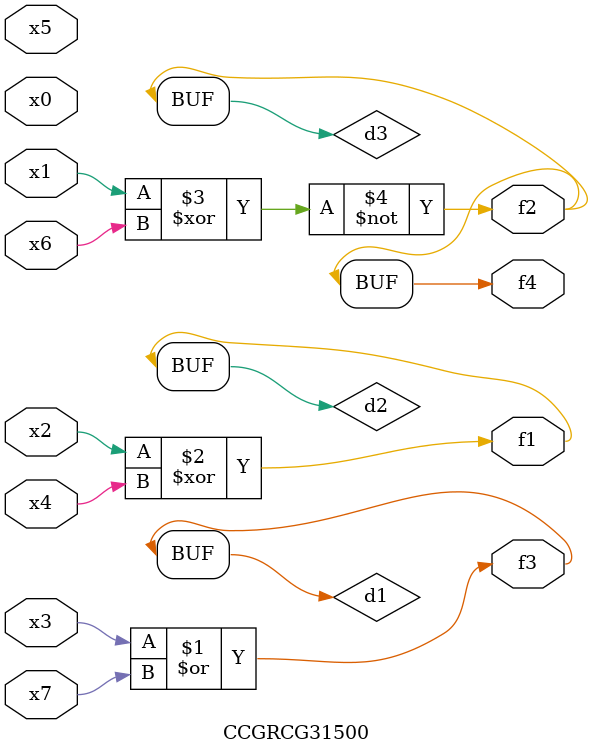
<source format=v>
module CCGRCG31500(
	input x0, x1, x2, x3, x4, x5, x6, x7,
	output f1, f2, f3, f4
);

	wire d1, d2, d3;

	or (d1, x3, x7);
	xor (d2, x2, x4);
	xnor (d3, x1, x6);
	assign f1 = d2;
	assign f2 = d3;
	assign f3 = d1;
	assign f4 = d3;
endmodule

</source>
